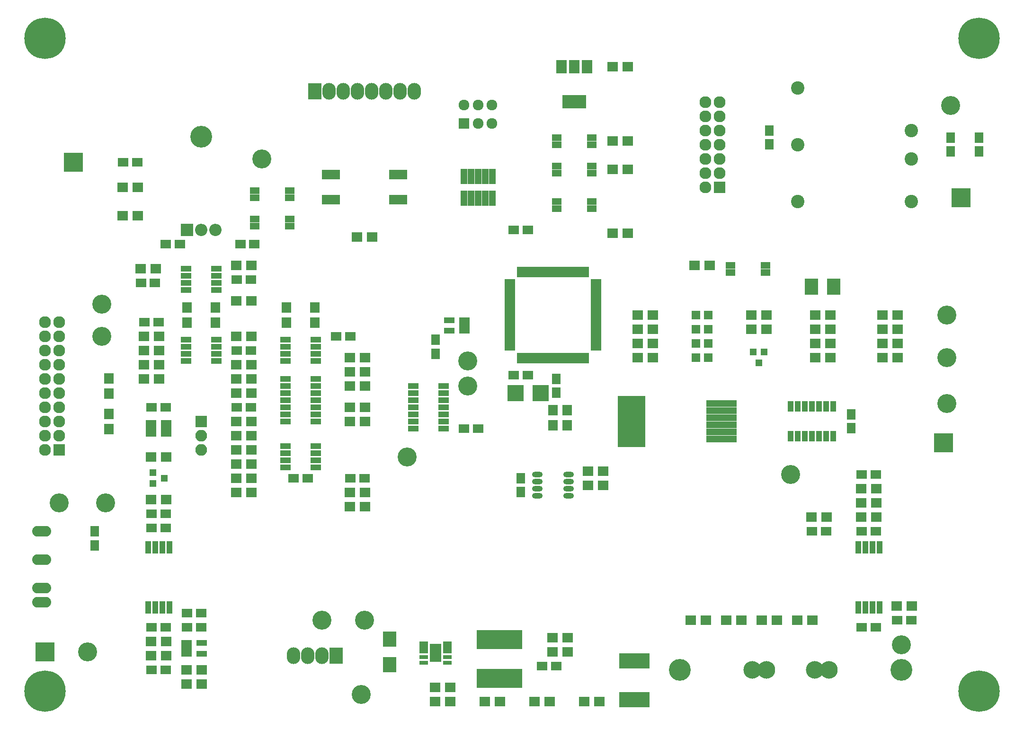
<source format=gbr>
G04 #@! TF.FileFunction,Soldermask,Top*
%FSLAX46Y46*%
G04 Gerber Fmt 4.6, Leading zero omitted, Abs format (unit mm)*
G04 Created by KiCad (PCBNEW 4.0.2-stable) date 3/27/2017 6:00:43 PM*
%MOMM*%
G01*
G04 APERTURE LIST*
%ADD10C,0.100000*%
%ADD11R,1.900000X0.950000*%
%ADD12R,0.950000X1.900000*%
%ADD13O,3.400000X1.900000*%
%ADD14R,1.900000X1.000000*%
%ADD15R,1.650000X0.705000*%
%ADD16R,2.051000X3.245000*%
%ADD17C,1.900000*%
%ADD18R,1.950000X1.000000*%
%ADD19R,1.900000X1.650000*%
%ADD20R,1.040000X2.305000*%
%ADD21R,1.050000X2.305000*%
%ADD22R,1.650000X1.900000*%
%ADD23R,2.400000X2.900000*%
%ADD24R,1.160000X2.800000*%
%ADD25R,1.600000X1.600000*%
%ADD26R,2.400000X2.800000*%
%ADD27R,5.400000X1.160000*%
%ADD28R,4.900000X9.200000*%
%ADD29R,1.300000X1.200000*%
%ADD30R,1.200000X1.300000*%
%ADD31R,1.900000X1.700000*%
%ADD32R,1.700000X1.900000*%
%ADD33R,1.700000X1.200000*%
%ADD34C,2.400000*%
%ADD35R,1.000000X1.900000*%
%ADD36R,1.960000X1.050000*%
%ADD37O,1.873200X1.009600*%
%ADD38R,5.400000X2.800000*%
%ADD39C,3.400000*%
%ADD40R,8.100000X3.500000*%
%ADD41R,4.200000X2.400000*%
%ADD42R,1.900000X2.400000*%
%ADD43R,3.225000X1.800000*%
%ADD44R,1.924000X1.924000*%
%ADD45C,1.924000*%
%ADD46R,2.100000X2.100000*%
%ADD47O,2.100000X2.100000*%
%ADD48R,2.400000X3.000000*%
%ADD49O,2.400000X3.000000*%
%ADD50R,2.127200X2.127200*%
%ADD51O,2.127200X2.127200*%
%ADD52R,2.900000X2.900000*%
%ADD53R,3.400000X3.400000*%
%ADD54C,3.150000*%
%ADD55C,3.900000*%
%ADD56C,7.400000*%
%ADD57R,2.200000X2.200000*%
%ADD58O,2.200000X2.200000*%
G04 APERTURE END LIST*
D10*
D11*
X118665000Y-77820000D03*
X118665000Y-78620000D03*
X118665000Y-79420000D03*
X118665000Y-80220000D03*
X118665000Y-81020000D03*
X118665000Y-81820000D03*
X118665000Y-82620000D03*
X118665000Y-83420000D03*
X118665000Y-84220000D03*
X118665000Y-85020000D03*
X118665000Y-85820000D03*
X118665000Y-86620000D03*
X118665000Y-87420000D03*
X118665000Y-88220000D03*
X118665000Y-89020000D03*
X118665000Y-89820000D03*
D12*
X120365000Y-91520000D03*
X121165000Y-91520000D03*
X121965000Y-91520000D03*
X122765000Y-91520000D03*
X123565000Y-91520000D03*
X124365000Y-91520000D03*
X125165000Y-91520000D03*
X125965000Y-91520000D03*
X126765000Y-91520000D03*
X127565000Y-91520000D03*
X128365000Y-91520000D03*
X129165000Y-91520000D03*
X129965000Y-91520000D03*
X130765000Y-91520000D03*
X131565000Y-91520000D03*
X132365000Y-91520000D03*
D11*
X134065000Y-89820000D03*
X134065000Y-89020000D03*
X134065000Y-88220000D03*
X134065000Y-87420000D03*
X134065000Y-86620000D03*
X134065000Y-85820000D03*
X134065000Y-85020000D03*
X134065000Y-84220000D03*
X134065000Y-83420000D03*
X134065000Y-82620000D03*
X134065000Y-81820000D03*
X134065000Y-81020000D03*
X134065000Y-80220000D03*
X134065000Y-79420000D03*
X134065000Y-78620000D03*
X134065000Y-77820000D03*
D12*
X132365000Y-76120000D03*
X131565000Y-76120000D03*
X130765000Y-76120000D03*
X129965000Y-76120000D03*
X129165000Y-76120000D03*
X128365000Y-76120000D03*
X127565000Y-76120000D03*
X126765000Y-76120000D03*
X125965000Y-76120000D03*
X125165000Y-76120000D03*
X124365000Y-76120000D03*
X123565000Y-76120000D03*
X122765000Y-76120000D03*
X121965000Y-76120000D03*
X121165000Y-76120000D03*
X120365000Y-76120000D03*
D13*
X34925000Y-135255000D03*
X34925000Y-132715000D03*
X34925000Y-127635000D03*
X34925000Y-122555000D03*
D14*
X106840000Y-104140000D03*
X106840000Y-102870000D03*
X106840000Y-101600000D03*
X106840000Y-100330000D03*
X106840000Y-99060000D03*
X106840000Y-97790000D03*
X106840000Y-96520000D03*
X101440000Y-96520000D03*
X101440000Y-97790000D03*
X101440000Y-99060000D03*
X101440000Y-100330000D03*
X101440000Y-101600000D03*
X101440000Y-102870000D03*
X101440000Y-104140000D03*
D15*
X107515500Y-146070000D03*
X107515500Y-145070000D03*
X107515500Y-144070000D03*
X107515500Y-143570000D03*
X107515500Y-143070000D03*
X107515500Y-142570000D03*
X103304500Y-142570000D03*
X103304500Y-143070000D03*
X103304500Y-143570000D03*
X103304500Y-144070000D03*
X103304500Y-145070000D03*
X103304500Y-146070000D03*
D16*
X105410000Y-144295000D03*
D17*
X105410000Y-144495000D03*
D18*
X60800000Y-75565000D03*
X60800000Y-76835000D03*
X60800000Y-78105000D03*
X60800000Y-79375000D03*
X66200000Y-79375000D03*
X66200000Y-78105000D03*
X66200000Y-76835000D03*
X66200000Y-75565000D03*
D19*
X187980000Y-138430000D03*
X190480000Y-138430000D03*
D20*
X180975000Y-136182500D03*
X182245000Y-136182500D03*
X183515000Y-136182500D03*
X184785000Y-136182500D03*
D21*
X184785000Y-125437500D03*
X183515000Y-125437500D03*
D20*
X182245000Y-125437500D03*
X180975000Y-125437500D03*
D22*
X44450000Y-122575000D03*
X44450000Y-125075000D03*
D23*
X172625000Y-78740000D03*
X176625000Y-78740000D03*
D22*
X127000000Y-95270000D03*
X127000000Y-97770000D03*
D19*
X119400000Y-94615000D03*
X121900000Y-94615000D03*
D22*
X202565000Y-52090000D03*
X202565000Y-54590000D03*
X197485000Y-52090000D03*
X197485000Y-54590000D03*
D19*
X59670000Y-71120000D03*
X57170000Y-71120000D03*
X52050000Y-56515000D03*
X49550000Y-56515000D03*
X55860000Y-85090000D03*
X53360000Y-85090000D03*
X69870000Y-77470000D03*
X72370000Y-77470000D03*
X69870000Y-90170000D03*
X72370000Y-90170000D03*
D22*
X120650000Y-115550000D03*
X120650000Y-113050000D03*
D19*
X124480000Y-146685000D03*
X126980000Y-146685000D03*
X55225000Y-78105000D03*
X52725000Y-78105000D03*
X70505000Y-71120000D03*
X73005000Y-71120000D03*
D22*
X179705000Y-101620000D03*
X179705000Y-104120000D03*
D19*
X92690000Y-113030000D03*
X90190000Y-113030000D03*
X181630000Y-112395000D03*
X184130000Y-112395000D03*
X175240000Y-122555000D03*
X172740000Y-122555000D03*
X57130000Y-119380000D03*
X54630000Y-119380000D03*
X121900000Y-68580000D03*
X119400000Y-68580000D03*
X57130000Y-121920000D03*
X54630000Y-121920000D03*
X181630000Y-122555000D03*
X184130000Y-122555000D03*
X60980000Y-139700000D03*
X63480000Y-139700000D03*
X57130000Y-139700000D03*
X54630000Y-139700000D03*
D22*
X165100000Y-50820000D03*
X165100000Y-53320000D03*
D19*
X87650000Y-87630000D03*
X90150000Y-87630000D03*
X181630000Y-139700000D03*
X184130000Y-139700000D03*
X72370000Y-100330000D03*
X69870000Y-100330000D03*
X110510000Y-104140000D03*
X113010000Y-104140000D03*
X57130000Y-100330000D03*
X54630000Y-100330000D03*
X80030000Y-113030000D03*
X82530000Y-113030000D03*
X60980000Y-137160000D03*
X63480000Y-137160000D03*
X57130000Y-147320000D03*
X54630000Y-147320000D03*
D24*
X111760000Y-59010000D03*
X113030000Y-59010000D03*
X110490000Y-59010000D03*
X115570000Y-59010000D03*
X114300000Y-59010000D03*
X115570000Y-62910000D03*
X114300000Y-62910000D03*
X113030000Y-62910000D03*
X111760000Y-62910000D03*
X110490000Y-62910000D03*
D25*
X151935000Y-91440000D03*
X154135000Y-91440000D03*
X151935000Y-88900000D03*
X154135000Y-88900000D03*
X151935000Y-86360000D03*
X154135000Y-86360000D03*
X151935000Y-83820000D03*
X154135000Y-83820000D03*
D26*
X97155000Y-146445000D03*
X97155000Y-141845000D03*
D27*
X156490000Y-106045000D03*
X156490000Y-99695000D03*
X156490000Y-100965000D03*
X156490000Y-102235000D03*
X156490000Y-103505000D03*
D28*
X140440000Y-102870000D03*
D27*
X156490000Y-104775000D03*
D29*
X54880000Y-112080000D03*
X54880000Y-113980000D03*
X56880000Y-113030000D03*
D30*
X164145000Y-90440000D03*
X162245000Y-90440000D03*
X163195000Y-92440000D03*
D31*
X185340000Y-88900000D03*
X188040000Y-88900000D03*
X139780000Y-52705000D03*
X137080000Y-52705000D03*
X175975000Y-91440000D03*
X173275000Y-91440000D03*
X175975000Y-88900000D03*
X173275000Y-88900000D03*
X173275000Y-83820000D03*
X175975000Y-83820000D03*
X175975000Y-86360000D03*
X173275000Y-86360000D03*
D32*
X128905000Y-100885000D03*
X128905000Y-103585000D03*
D31*
X185340000Y-83820000D03*
X188040000Y-83820000D03*
X185340000Y-86360000D03*
X188040000Y-86360000D03*
D32*
X126365000Y-100885000D03*
X126365000Y-103585000D03*
D31*
X137080000Y-57785000D03*
X139780000Y-57785000D03*
X94060000Y-69850000D03*
X91360000Y-69850000D03*
X164545000Y-83820000D03*
X161845000Y-83820000D03*
X139780000Y-69215000D03*
X137080000Y-69215000D03*
X132000000Y-153035000D03*
X134700000Y-153035000D03*
X161845000Y-86360000D03*
X164545000Y-86360000D03*
X123110000Y-153035000D03*
X125810000Y-153035000D03*
X114220000Y-153035000D03*
X116920000Y-153035000D03*
X53260000Y-90170000D03*
X55960000Y-90170000D03*
X53260000Y-95250000D03*
X55960000Y-95250000D03*
X72470000Y-74930000D03*
X69770000Y-74930000D03*
D32*
X46990000Y-101520000D03*
X46990000Y-104220000D03*
X46990000Y-97870000D03*
X46990000Y-95170000D03*
D31*
X53260000Y-92710000D03*
X55960000Y-92710000D03*
X53260000Y-87630000D03*
X55960000Y-87630000D03*
X52625000Y-75565000D03*
X55325000Y-75565000D03*
D32*
X60960000Y-82470000D03*
X60960000Y-85170000D03*
D31*
X72470000Y-92710000D03*
X69770000Y-92710000D03*
X69770000Y-95250000D03*
X72470000Y-95250000D03*
X69770000Y-97790000D03*
X72470000Y-97790000D03*
X185340000Y-91440000D03*
X188040000Y-91440000D03*
X132635000Y-111760000D03*
X135335000Y-111760000D03*
X92790000Y-93980000D03*
X90090000Y-93980000D03*
D32*
X66040000Y-82470000D03*
X66040000Y-85170000D03*
X78740000Y-85170000D03*
X78740000Y-82470000D03*
X83820000Y-85170000D03*
X83820000Y-82470000D03*
D31*
X69770000Y-81280000D03*
X72470000Y-81280000D03*
X72470000Y-113030000D03*
X69770000Y-113030000D03*
X132635000Y-114300000D03*
X135335000Y-114300000D03*
X92790000Y-118110000D03*
X90090000Y-118110000D03*
X90090000Y-100330000D03*
X92790000Y-100330000D03*
X92790000Y-102870000D03*
X90090000Y-102870000D03*
X69770000Y-87630000D03*
X72470000Y-87630000D03*
X49450000Y-66040000D03*
X52150000Y-66040000D03*
X49450000Y-60960000D03*
X52150000Y-60960000D03*
X90090000Y-115570000D03*
X92790000Y-115570000D03*
X181530000Y-114935000D03*
X184230000Y-114935000D03*
X172640000Y-120015000D03*
X175340000Y-120015000D03*
X181530000Y-120015000D03*
X184230000Y-120015000D03*
X184230000Y-117475000D03*
X181530000Y-117475000D03*
X54530000Y-109220000D03*
X57230000Y-109220000D03*
X69770000Y-115570000D03*
X72470000Y-115570000D03*
X190580000Y-135890000D03*
X187880000Y-135890000D03*
X172800000Y-138430000D03*
X170100000Y-138430000D03*
X57230000Y-142240000D03*
X54530000Y-142240000D03*
X54530000Y-144780000D03*
X57230000Y-144780000D03*
X63580000Y-149860000D03*
X60880000Y-149860000D03*
X166450000Y-138430000D03*
X163750000Y-138430000D03*
X60880000Y-147320000D03*
X63580000Y-147320000D03*
X160100000Y-138430000D03*
X157400000Y-138430000D03*
X153750000Y-138430000D03*
X151050000Y-138430000D03*
X72470000Y-102870000D03*
X69770000Y-102870000D03*
X72470000Y-105410000D03*
X69770000Y-105410000D03*
X69770000Y-107950000D03*
X72470000Y-107950000D03*
X92790000Y-96520000D03*
X90090000Y-96520000D03*
X92790000Y-91440000D03*
X90090000Y-91440000D03*
D14*
X78580000Y-95250000D03*
X78580000Y-96520000D03*
X78580000Y-97790000D03*
X78580000Y-99060000D03*
X78580000Y-100330000D03*
X78580000Y-101600000D03*
X78580000Y-102870000D03*
X83980000Y-102870000D03*
X83980000Y-101600000D03*
X83980000Y-100330000D03*
X83980000Y-99060000D03*
X83980000Y-97790000D03*
X83980000Y-96520000D03*
X83980000Y-95250000D03*
D33*
X127025000Y-52065000D03*
X127025000Y-53345000D03*
X133325000Y-53345000D03*
X133325000Y-52065000D03*
X133325000Y-58425000D03*
X133325000Y-57145000D03*
X127025000Y-57145000D03*
X127025000Y-58425000D03*
X133325000Y-64775000D03*
X133325000Y-63495000D03*
X127025000Y-63495000D03*
X127025000Y-64775000D03*
D34*
X170180000Y-53340000D03*
X170180000Y-63500000D03*
X170180000Y-43180000D03*
X190500000Y-63500000D03*
X190500000Y-55880000D03*
X190500000Y-50800000D03*
D35*
X176530000Y-100170000D03*
X175260000Y-100170000D03*
X173990000Y-100170000D03*
X172720000Y-100170000D03*
X171450000Y-100170000D03*
X170180000Y-100170000D03*
X168910000Y-100170000D03*
X168910000Y-105570000D03*
X170180000Y-105570000D03*
X171450000Y-105570000D03*
X172720000Y-105570000D03*
X173990000Y-105570000D03*
X175260000Y-105570000D03*
X176530000Y-105570000D03*
D36*
X60880000Y-142560000D03*
X60880000Y-143510000D03*
X60880000Y-144460000D03*
X63580000Y-144460000D03*
X63580000Y-142560000D03*
D37*
X123571000Y-112395000D03*
X123571000Y-113665000D03*
X123571000Y-114935000D03*
X123571000Y-116205000D03*
X129159000Y-116205000D03*
X129159000Y-114935000D03*
X129159000Y-113665000D03*
X129159000Y-112395000D03*
D20*
X57785000Y-125437500D03*
X56515000Y-125437500D03*
X55245000Y-125437500D03*
X53975000Y-125437500D03*
D21*
X53975000Y-136182500D03*
X55245000Y-136182500D03*
D20*
X56515000Y-136182500D03*
X57785000Y-136182500D03*
D38*
X140970000Y-152725000D03*
X140970000Y-145725000D03*
D39*
X43180000Y-144145000D03*
D40*
X116840000Y-148865000D03*
X116840000Y-141965000D03*
D41*
X130175000Y-45695000D03*
D42*
X130175000Y-39395000D03*
X127875000Y-39395000D03*
X132475000Y-39395000D03*
D31*
X105330000Y-153035000D03*
X108030000Y-153035000D03*
X105330000Y-150495000D03*
X108030000Y-150495000D03*
X141525000Y-91440000D03*
X144225000Y-91440000D03*
X141525000Y-88900000D03*
X144225000Y-88900000D03*
X141525000Y-86360000D03*
X144225000Y-86360000D03*
X141525000Y-83820000D03*
X144225000Y-83820000D03*
X128985000Y-141605000D03*
X126285000Y-141605000D03*
X126285000Y-144145000D03*
X128985000Y-144145000D03*
D43*
X98710000Y-58710000D03*
X98710000Y-63210000D03*
X86710000Y-63210000D03*
X86710000Y-58710000D03*
D36*
X54530000Y-103190000D03*
X54530000Y-104140000D03*
X54530000Y-105090000D03*
X57230000Y-105090000D03*
X57230000Y-103190000D03*
X57230000Y-104140000D03*
D44*
X110490000Y-49530000D03*
D45*
X112990000Y-49530000D03*
X115490000Y-49530000D03*
X110490000Y-46230000D03*
X112990000Y-46230000D03*
X115490000Y-46230000D03*
D18*
X60800000Y-88265000D03*
X60800000Y-89535000D03*
X60800000Y-90805000D03*
X60800000Y-92075000D03*
X66200000Y-92075000D03*
X66200000Y-90805000D03*
X66200000Y-89535000D03*
X66200000Y-88265000D03*
X78580000Y-88265000D03*
X78580000Y-89535000D03*
X78580000Y-90805000D03*
X78580000Y-92075000D03*
X83980000Y-92075000D03*
X83980000Y-90805000D03*
X83980000Y-89535000D03*
X83980000Y-88265000D03*
D33*
X73050000Y-66670000D03*
X73050000Y-67950000D03*
X79350000Y-67950000D03*
X79350000Y-66670000D03*
X73050000Y-61590000D03*
X73050000Y-62870000D03*
X79350000Y-62870000D03*
X79350000Y-61590000D03*
D46*
X63500000Y-102870000D03*
D47*
X63500000Y-105410000D03*
X63500000Y-107950000D03*
D18*
X78580000Y-107315000D03*
X78580000Y-108585000D03*
X78580000Y-109855000D03*
X78580000Y-111125000D03*
X83980000Y-111125000D03*
X83980000Y-109855000D03*
X83980000Y-108585000D03*
X83980000Y-107315000D03*
D48*
X83820000Y-43815000D03*
D49*
X86360000Y-43815000D03*
X88900000Y-43815000D03*
X91440000Y-43815000D03*
X93980000Y-43815000D03*
X96520000Y-43815000D03*
X99060000Y-43815000D03*
X101600000Y-43815000D03*
D50*
X38100000Y-107950000D03*
D51*
X35560000Y-107950000D03*
X38100000Y-105410000D03*
X35560000Y-105410000D03*
X38100000Y-102870000D03*
X35560000Y-102870000D03*
X38100000Y-100330000D03*
X35560000Y-100330000D03*
X38100000Y-97790000D03*
X35560000Y-97790000D03*
X38100000Y-95250000D03*
X35560000Y-95250000D03*
X38100000Y-92710000D03*
X35560000Y-92710000D03*
X38100000Y-90170000D03*
X35560000Y-90170000D03*
X38100000Y-87630000D03*
X35560000Y-87630000D03*
X38100000Y-85090000D03*
X35560000Y-85090000D03*
D50*
X156210000Y-60960000D03*
D51*
X153670000Y-60960000D03*
X156210000Y-58420000D03*
X153670000Y-58420000D03*
X156210000Y-55880000D03*
X153670000Y-55880000D03*
X156210000Y-53340000D03*
X153670000Y-53340000D03*
X156210000Y-50800000D03*
X153670000Y-50800000D03*
X156210000Y-48260000D03*
X153670000Y-48260000D03*
X156210000Y-45720000D03*
X153670000Y-45720000D03*
D31*
X137080000Y-39370000D03*
X139780000Y-39370000D03*
D52*
X124170000Y-97790000D03*
X119670000Y-97790000D03*
D31*
X69770000Y-110490000D03*
X72470000Y-110490000D03*
X54530000Y-116840000D03*
X57230000Y-116840000D03*
D22*
X105410000Y-88285000D03*
X105410000Y-90785000D03*
D36*
X110570000Y-86675000D03*
X110570000Y-85725000D03*
X110570000Y-84775000D03*
X107870000Y-84775000D03*
X107870000Y-86675000D03*
D39*
X196850000Y-83820000D03*
X92710000Y-138430000D03*
X74295000Y-55880000D03*
X197485000Y-46355000D03*
D53*
X199390000Y-62865000D03*
X40640000Y-56515000D03*
D39*
X38100000Y-117475000D03*
D53*
X35560000Y-144145000D03*
D39*
X196850000Y-91440000D03*
X92075000Y-151765000D03*
X196850000Y-99695000D03*
X85090000Y-138430000D03*
X100330000Y-109220000D03*
X46355000Y-117475000D03*
X111125000Y-96520000D03*
X111125000Y-92075000D03*
X168910000Y-112395000D03*
D53*
X196215000Y-106680000D03*
D48*
X87630000Y-144780000D03*
D49*
X85090000Y-144780000D03*
X82550000Y-144780000D03*
X80010000Y-144780000D03*
D54*
X175770000Y-147320000D03*
X173230000Y-147320000D03*
X162050000Y-147320000D03*
X164590000Y-147320000D03*
D55*
X188720000Y-147320000D03*
X149100000Y-147320000D03*
D39*
X188720000Y-142870000D03*
X45720000Y-81915000D03*
X45720000Y-87630000D03*
D31*
X154385000Y-74930000D03*
X151685000Y-74930000D03*
D56*
X202565000Y-151130000D03*
X35560000Y-151130000D03*
X35560000Y-34290000D03*
X202565000Y-34290000D03*
D33*
X158140000Y-74925000D03*
X158140000Y-76205000D03*
X164440000Y-76205000D03*
X164440000Y-74925000D03*
D55*
X63500000Y-51920000D03*
D57*
X60960000Y-68580000D03*
D58*
X63500000Y-68580000D03*
X66040000Y-68580000D03*
M02*

</source>
